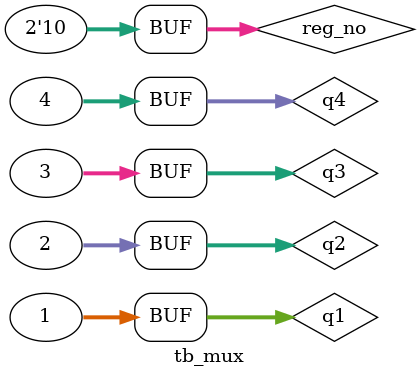
<source format=v>
module mux4_1_32bit(regData,q1,q2,q3,q4,reg_no);
	output [31:0]regData;
	reg [31:0] regData;
	input [31:0] q1,q2,q3,q4;
	input [1:0]reg_no;
	always @(reg_no)
		begin 
		if(reg_no==2'b00)
			regData = q1;
		else if(reg_no==2'b01)
			regData = q2;
		else if(reg_no==2'b10)
			regData = q3;
		else 
			regData = q4;
		end
endmodule

module tb_mux;
	wire [31:0] regData;
	reg [1:0] reg_no;
	reg [31:0]q1,q2,q3,q4;
	mux4_1_32bit m1(regData,q1,q2,q3,q4,reg_no);
	initial
		$monitor($time," q1=%b, q2=%b, q3=%b, q4=%b, reg_no=%b, regData=%b",q1,q2,q3,q4,reg_no,regData);
	initial
		begin
		#0 q1 = 32'd1; q2=32'd2; q3=32'd3; q4=32'd4; 
		#1 reg_no = 2'b00; 
		#1 reg_no = 2'b01; 
		#1 reg_no = 2'b10; 
		#1 reg_no = 2'b11; 
		#1 reg_no = 2'b10;
		end
		
endmodule
</source>
